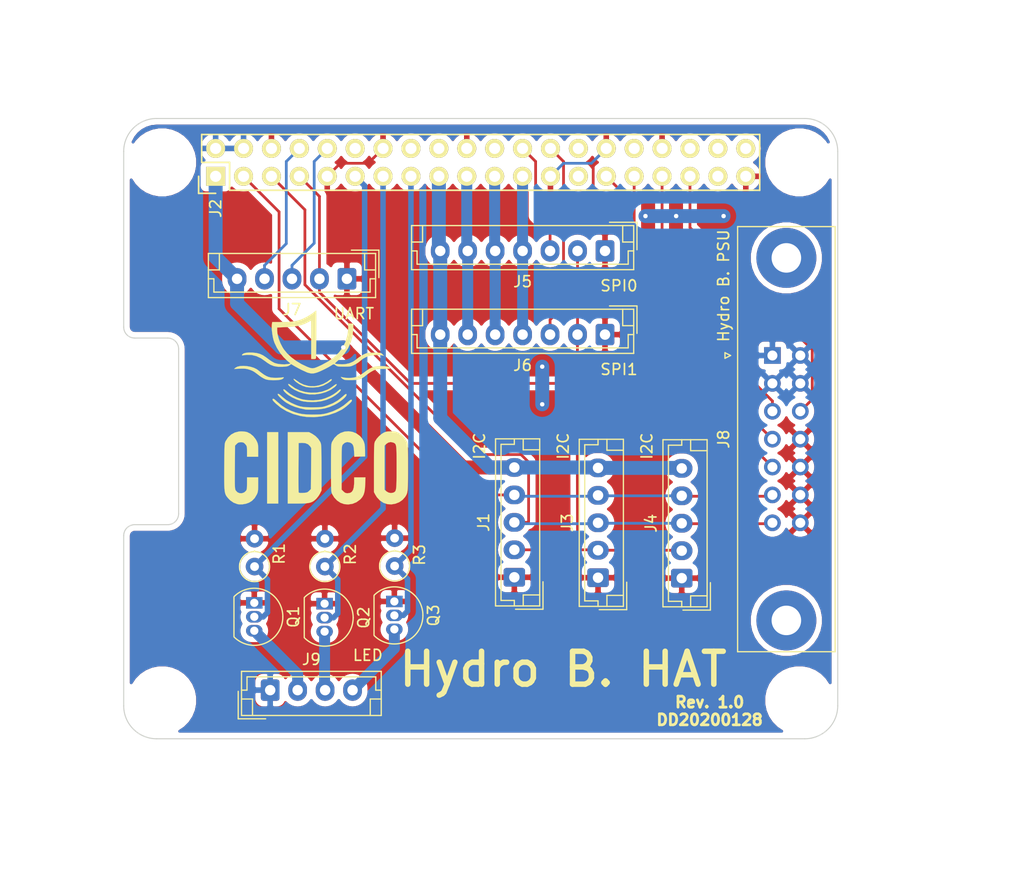
<source format=kicad_pcb>
(kicad_pcb (version 20171130) (host pcbnew 5.0.2+dfsg1-1~bpo9+1)
  (title_block (title "Hydro B. HAT") (date 2020-01-28) (rev 1.0) (comment 2 creativecommons.org/licenses/by/4.0) (comment 3 "License: CC BY 4.0") (comment 4 "Author: Dany Doiron"))
  (layers (0 F.Cu signal) (31 B.Cu signal) (34 B.Paste user) (35 F.Paste user) (36 B.SilkS user) (37 F.SilkS user) (38 B.Mask user) (39 F.Mask user) (44 Edge.Cuts user))
  (net 0 "")
  (net 1 3.3V)
  (net 2 5V)
  (net 3 SDA)
  (net 4 SCL)
  (net 5 GND)
  (net 6 PPS)
  (net 7 TX)
  (net 8 RX)
  (net 9 LEDR)
  (net 10 LEDG)
  (net 11 LEDB)
  (net 12 MOSI)
  (net 13 MISO)
  (net 14 SCLK)
  (net 15 C0)
  (net 16 C1)
  (net 17 12V_ON)
  (net 18 24V_ON)
  (net 19 RPI_PWR_OK)
  (net 20 RPI_SHDWN)
  (net 21 "Net-(J9-Pad4)")
  (net 22 "Net-(J9-Pad3)")
  (net 23 "Net-(J9-Pad2)")
  (module Resistor_THT:R_Axial_DIN0207_L6.3mm_D2.5mm_P2.54mm_Vertical (layer F.Cu) (at 119.9134 109.347 90)
    (fp_text reference R3 (at 1.016 2.2606 90) (layer F.SilkS))
    (fp_text value 1k)
    (pad 2 thru_hole oval (at 2.54 0 90) (size 1.6 1.6) (drill 0.8) (layers *.Cu *.Mask) (net 5 GND))
    (pad 1 thru_hole circle (at 0 0 90) (size 1.6 1.6) (drill 0.8) (layers *.Cu *.Mask) (net 11 LEDB))
  )
  (module Resistor_THT:R_Axial_DIN0207_L6.3mm_D2.5mm_P2.54mm_Vertical (layer F.Cu) (at 113.5634 109.3978 90)
    (fp_text reference R2 (at 1.1176 2.3114 90) (layer F.SilkS))
    (fp_text value 1k)
    (pad 2 thru_hole oval (at 2.54 0 90) (size 1.6 1.6) (drill 0.8) (layers *.Cu *.Mask) (net 5 GND))
    (pad 1 thru_hole circle (at 0 0 90) (size 1.6 1.6) (drill 0.8) (layers *.Cu *.Mask) (net 10 LEDG))
  )
  (module Resistor_THT:R_Axial_DIN0207_L6.3mm_D2.5mm_P2.54mm_Vertical (layer F.Cu) (at 107.1626 109.3978 90)
    (fp_text reference R1 (at 1.1684 2.2352 90) (layer F.SilkS))
    (fp_text value 1k)
    (pad 2 thru_hole oval (at 2.54 0 90) (size 1.6 1.6) (drill 0.8) (layers *.Cu *.Mask) (net 5 GND))
    (pad 1 thru_hole circle (at 0 0 90) (size 1.6 1.6) (drill 0.8) (layers *.Cu *.Mask) (net 9 LEDR))
  )
  (module "cidco:logo cidco" (layer F.Cu) (at 112.9792 94.5642)
    (fp_text reference G*** hide)
    (fp_text value LOGO hide)
  )
  (module Package_TO_SOT_THT:TO-92_Inline (layer F.Cu) (at 119.888 112.5728 270)
    (fp_text reference Q3 (at 1.27 -3.56 90) (layer F.SilkS))
    (fp_text value 2N7000)
    (pad 1 thru_hole rect (at 0 0 270) (size 1.05 1.5) (drill 0.75) (layers *.Cu *.Mask) (net 5 GND))
    (pad 3 thru_hole oval (at 2.54 0 270) (size 1.05 1.5) (drill 0.75) (layers *.Cu *.Mask) (net 21 "Net-(J9-Pad4)"))
    (pad 2 thru_hole oval (at 1.27 0 270) (size 1.05 1.5) (drill 0.75) (layers *.Cu *.Mask) (net 11 LEDB))
  )
  (module Package_TO_SOT_THT:TO-92_Inline (layer F.Cu) (at 113.538 112.776 270)
    (fp_text reference Q2 (at 1.27 -3.56 90) (layer F.SilkS))
    (fp_text value 2N7000)
    (pad 1 thru_hole rect (at 0 0 270) (size 1.05 1.5) (drill 0.75) (layers *.Cu *.Mask) (net 5 GND))
    (pad 3 thru_hole oval (at 2.54 0 270) (size 1.05 1.5) (drill 0.75) (layers *.Cu *.Mask) (net 22 "Net-(J9-Pad3)"))
    (pad 2 thru_hole oval (at 1.27 0 270) (size 1.05 1.5) (drill 0.75) (layers *.Cu *.Mask) (net 10 LEDG))
  )
  (module Package_TO_SOT_THT:TO-92_Inline (layer F.Cu) (at 107.1372 112.6998 270)
    (fp_text reference Q1 (at 1.27 -3.56 90) (layer F.SilkS))
    (fp_text value 2N7000)
    (pad 1 thru_hole rect (at 0 0 270) (size 1.05 1.5) (drill 0.75) (layers *.Cu *.Mask) (net 5 GND))
    (pad 3 thru_hole oval (at 2.54 0 270) (size 1.05 1.5) (drill 0.75) (layers *.Cu *.Mask) (net 23 "Net-(J9-Pad2)"))
    (pad 2 thru_hole oval (at 1.27 0 270) (size 1.05 1.5) (drill 0.75) (layers *.Cu *.Mask) (net 9 LEDR))
  )
  (module cidco:MountingHole_2.7mm_M2.5_Pad (layer F.Cu) (at 98.75 121.58)
    (fp_text reference "" (at 0 -3.7) (layer F.SilkS))
    (fp_text value "" hide)
    (pad "" np_thru_hole circle (at 0 0) (size 2.75 2.75) (drill 2.75) (layers *.Cu *.Mask) (clearance 1.725))
  )
  (module cidco:MountingHole_2.7mm_M2.5_Pad (layer F.Cu) (at 156.75 121.58)
    (fp_text reference "" (at 0 -3.7) (layer F.SilkS))
    (fp_text value "" hide)
    (pad "" np_thru_hole circle (at 0 0) (size 2.75 2.75) (drill 2.75) (layers *.Cu *.Mask) (clearance 1.725))
  )
  (module cidco:MountingHole_2.7mm_M2.5_Pad (layer F.Cu) (at 156.75 72.58)
    (fp_text reference "" (at 0 -3.7) (layer F.SilkS))
    (fp_text value "" hide)
    (pad "" np_thru_hole circle (at 0 0) (size 2.75 2.75) (drill 2.75) (layers *.Cu *.Mask) (clearance 1.725))
  )
  (module cidco:MountingHole_2.7mm_M2.5_Pad (layer F.Cu) (at 98.75 72.58)
    (fp_text reference "" (at 0 -3.7) (layer F.SilkS))
    (fp_text value "" hide)
    (pad "" np_thru_hole circle (at 0 0) (size 2.75 2.75) (drill 2.75) (layers *.Cu *.Mask) (clearance 1.725))
  )
  (module cidco:Pin_Header_Straight_2x20 (layer F.Cu) (at 127.75 72.58 90)
    (fp_text reference J2 (at -4.191 -24.13 270) (layer F.SilkS))
    (fp_text value RPi_GPIO)
    (pad 40 thru_hole oval (at 1.27 24.13 90) (size 1.7272 1.7272) (drill 1.016) (layers *.Cu *.Mask F.SilkS))
    (pad 39 thru_hole oval (at -1.27 24.13 90) (size 1.7272 1.7272) (drill 1.016) (layers *.Cu *.Mask F.SilkS) (net 5 GND))
    (pad 38 thru_hole oval (at 1.27 21.59 90) (size 1.7272 1.7272) (drill 1.016) (layers *.Cu *.Mask F.SilkS))
    (pad 37 thru_hole oval (at -1.27 21.59 90) (size 1.7272 1.7272) (drill 1.016) (layers *.Cu *.Mask F.SilkS))
    (pad 36 thru_hole oval (at 1.27 19.05 90) (size 1.7272 1.7272) (drill 1.016) (layers *.Cu *.Mask F.SilkS))
    (pad 35 thru_hole oval (at -1.27 19.05 90) (size 1.7272 1.7272) (drill 1.016) (layers *.Cu *.Mask F.SilkS) (net 17 12V_ON))
    (pad 34 thru_hole oval (at 1.27 16.51 90) (size 1.7272 1.7272) (drill 1.016) (layers *.Cu *.Mask F.SilkS) (net 5 GND))
    (pad 33 thru_hole oval (at -1.27 16.51 90) (size 1.7272 1.7272) (drill 1.016) (layers *.Cu *.Mask F.SilkS) (net 18 24V_ON))
    (pad 32 thru_hole oval (at 1.27 13.97 90) (size 1.7272 1.7272) (drill 1.016) (layers *.Cu *.Mask F.SilkS))
    (pad 31 thru_hole oval (at -1.27 13.97 90) (size 1.7272 1.7272) (drill 1.016) (layers *.Cu *.Mask F.SilkS) (net 19 RPI_PWR_OK))
    (pad 30 thru_hole oval (at 1.27 11.43 90) (size 1.7272 1.7272) (drill 1.016) (layers *.Cu *.Mask F.SilkS) (net 5 GND))
    (pad 29 thru_hole oval (at -1.27 11.43 90) (size 1.7272 1.7272) (drill 1.016) (layers *.Cu *.Mask F.SilkS) (net 20 RPI_SHDWN))
    (pad 28 thru_hole oval (at 1.27 8.89 90) (size 1.7272 1.7272) (drill 1.016) (layers *.Cu *.Mask F.SilkS))
    (pad 27 thru_hole oval (at -1.27 8.89 90) (size 1.7272 1.7272) (drill 1.016) (layers *.Cu *.Mask F.SilkS))
    (pad 26 thru_hole oval (at 1.27 6.35 90) (size 1.7272 1.7272) (drill 1.016) (layers *.Cu *.Mask F.SilkS) (net 16 C1))
    (pad 25 thru_hole oval (at -1.27 6.35 90) (size 1.7272 1.7272) (drill 1.016) (layers *.Cu *.Mask F.SilkS) (net 5 GND))
    (pad 24 thru_hole oval (at 1.27 3.81 90) (size 1.7272 1.7272) (drill 1.016) (layers *.Cu *.Mask F.SilkS) (net 15 C0))
    (pad 23 thru_hole oval (at -1.27 3.81 90) (size 1.7272 1.7272) (drill 1.016) (layers *.Cu *.Mask F.SilkS) (net 14 SCLK))
    (pad 22 thru_hole oval (at 1.27 1.27 90) (size 1.7272 1.7272) (drill 1.016) (layers *.Cu *.Mask F.SilkS))
    (pad 21 thru_hole oval (at -1.27 1.27 90) (size 1.7272 1.7272) (drill 1.016) (layers *.Cu *.Mask F.SilkS) (net 13 MISO))
    (pad 20 thru_hole oval (at 1.27 -1.27 90) (size 1.7272 1.7272) (drill 1.016) (layers *.Cu *.Mask F.SilkS) (net 5 GND))
    (pad 19 thru_hole oval (at -1.27 -1.27 90) (size 1.7272 1.7272) (drill 1.016) (layers *.Cu *.Mask F.SilkS) (net 12 MOSI))
    (pad 18 thru_hole oval (at 1.27 -3.81 90) (size 1.7272 1.7272) (drill 1.016) (layers *.Cu *.Mask F.SilkS))
    (pad 17 thru_hole oval (at -1.27 -3.81 90) (size 1.7272 1.7272) (drill 1.016) (layers *.Cu *.Mask F.SilkS) (net 1 3.3V))
    (pad 16 thru_hole oval (at 1.27 -6.35 90) (size 1.7272 1.7272) (drill 1.016) (layers *.Cu *.Mask F.SilkS))
    (pad 15 thru_hole oval (at -1.27 -6.35 90) (size 1.7272 1.7272) (drill 1.016) (layers *.Cu *.Mask F.SilkS) (net 11 LEDB))
    (pad 14 thru_hole oval (at 1.27 -8.89 90) (size 1.7272 1.7272) (drill 1.016) (layers *.Cu *.Mask F.SilkS) (net 5 GND))
    (pad 13 thru_hole oval (at -1.27 -8.89 90) (size 1.7272 1.7272) (drill 1.016) (layers *.Cu *.Mask F.SilkS) (net 10 LEDG))
    (pad 12 thru_hole oval (at 1.27 -11.43 90) (size 1.7272 1.7272) (drill 1.016) (layers *.Cu *.Mask F.SilkS))
    (pad 11 thru_hole oval (at -1.27 -11.43 90) (size 1.7272 1.7272) (drill 1.016) (layers *.Cu *.Mask F.SilkS) (net 9 LEDR))
    (pad 10 thru_hole oval (at 1.27 -13.97 90) (size 1.7272 1.7272) (drill 1.016) (layers *.Cu *.Mask F.SilkS) (net 8 RX))
    (pad 9 thru_hole oval (at -1.27 -13.97 90) (size 1.7272 1.7272) (drill 1.016) (layers *.Cu *.Mask F.SilkS) (net 5 GND))
    (pad 8 thru_hole oval (at 1.27 -16.51 90) (size 1.7272 1.7272) (drill 1.016) (layers *.Cu *.Mask F.SilkS) (net 7 TX))
    (pad 7 thru_hole oval (at -1.27 -16.51 90) (size 1.7272 1.7272) (drill 1.016) (layers *.Cu *.Mask F.SilkS) (net 6 PPS))
    (pad 6 thru_hole oval (at 1.27 -19.05 90) (size 1.7272 1.7272) (drill 1.016) (layers *.Cu *.Mask F.SilkS) (net 5 GND))
    (pad 5 thru_hole oval (at -1.27 -19.05 90) (size 1.7272 1.7272) (drill 1.016) (layers *.Cu *.Mask F.SilkS) (net 4 SCL))
    (pad 4 thru_hole oval (at 1.27 -21.59 90) (size 1.7272 1.7272) (drill 1.016) (layers *.Cu *.Mask F.SilkS) (net 2 5V))
    (pad 3 thru_hole oval (at -1.27 -21.59 90) (size 1.7272 1.7272) (drill 1.016) (layers *.Cu *.Mask F.SilkS) (net 3 SDA))
    (pad 2 thru_hole oval (at 1.27 -24.13 90) (size 1.7272 1.7272) (drill 1.016) (layers *.Cu *.Mask F.SilkS) (net 2 5V))
    (pad 1 thru_hole rect (at -1.27 -24.13 90) (size 1.7272 1.7272) (drill 1.016) (layers *.Cu *.Mask F.SilkS) (net 1 3.3V))
  )
  (module Connector_JST:JST_EH_B4B-EH-A_1x04_P2.50mm_Vertical (layer F.Cu) (at 108.585 120.65)
    (fp_text reference J9 (at 3.75 -2.8) (layer F.SilkS))
    (fp_text value Conn_01x04)
    (pad 4 thru_hole oval (at 7.5 0) (size 1.7 1.95) (drill 0.95) (layers *.Cu *.Mask) (net 21 "Net-(J9-Pad4)"))
    (pad 3 thru_hole oval (at 5 0) (size 1.7 1.95) (drill 0.95) (layers *.Cu *.Mask) (net 22 "Net-(J9-Pad3)"))
    (pad 2 thru_hole oval (at 2.5 0) (size 1.7 1.95) (drill 0.95) (layers *.Cu *.Mask) (net 23 "Net-(J9-Pad2)"))
    (pad 1 thru_hole roundrect (at 0 0) (size 1.7 1.95) (drill 0.95) (layers *.Cu *.Mask) (roundrect_rratio 0.147059) (net 2 5V))
  )
  (module Connector_IDC:IDC-Header_2x07_P2.54mm_Vertical_Lock (layer F.Cu) (at 154.305 90.17)
    (fp_text reference J8 (at -4.445 7.62 270) (layer F.SilkS))
    (fp_text value Conn_02x07_Odd_Even)
    (pad 14 thru_hole circle (at 2.54 15.24 270) (size 1.52 1.52) (drill 0.91) (layers *.Cu *.Mask) (net 5 GND))
    (pad 13 thru_hole circle (at 0 15.24 270) (size 1.52 1.52) (drill 0.91) (layers *.Cu *.Mask) (net 4 SCL))
    (pad 12 thru_hole circle (at 2.54 12.7 270) (size 1.52 1.52) (drill 0.91) (layers *.Cu *.Mask) (net 5 GND))
    (pad 11 thru_hole circle (at 0 12.7 270) (size 1.52 1.52) (drill 0.91) (layers *.Cu *.Mask) (net 3 SDA))
    (pad 10 thru_hole circle (at 2.54 10.16 270) (size 1.52 1.52) (drill 0.91) (layers *.Cu *.Mask) (net 5 GND))
    (pad 9 thru_hole circle (at 0 10.16 270) (size 1.52 1.52) (drill 0.91) (layers *.Cu *.Mask) (net 20 RPI_SHDWN))
    (pad 8 thru_hole circle (at 2.54 7.62 270) (size 1.52 1.52) (drill 0.91) (layers *.Cu *.Mask) (net 5 GND))
    (pad 7 thru_hole circle (at 0 7.62 270) (size 1.52 1.52) (drill 0.91) (layers *.Cu *.Mask) (net 19 RPI_PWR_OK))
    (pad 6 thru_hole circle (at 2.54 5.08 270) (size 1.52 1.52) (drill 0.91) (layers *.Cu *.Mask) (net 17 12V_ON))
    (pad 5 thru_hole circle (at 0 5.08 270) (size 1.52 1.52) (drill 0.91) (layers *.Cu *.Mask) (net 18 24V_ON))
    (pad 4 thru_hole circle (at 2.54 2.54 270) (size 1.52 1.52) (drill 0.91) (layers *.Cu *.Mask) (net 2 5V))
    (pad 3 thru_hole circle (at 0 2.54 270) (size 1.52 1.52) (drill 0.91) (layers *.Cu *.Mask) (net 2 5V))
    (pad 2 thru_hole circle (at 2.54 0 270) (size 1.52 1.52) (drill 0.91) (layers *.Cu *.Mask) (net 2 5V))
    (pad 1 thru_hole rect (at 0 0 270) (size 1.52 1.52) (drill 0.91) (layers *.Cu *.Mask) (net 2 5V))
    (pad "" thru_hole circle (at 1.27 24.13 270) (size 5.46 5.46) (drill 2.69) (layers *.Cu *.Mask))
    (pad "" thru_hole circle (at 1.27 -8.89 270) (size 5.46 5.46) (drill 2.69) (layers *.Cu *.Mask))
  )
  (module Connector_JST:JST_EH_B5B-EH-A_1x05_P2.50mm_Vertical (layer F.Cu) (at 115.57 83.185 180)
    (fp_text reference J7 (at 5 -2.8) (layer F.SilkS))
    (fp_text value Conn_01x05)
    (pad 5 thru_hole oval (at 10 0 180) (size 1.7 1.95) (drill 0.95) (layers *.Cu *.Mask) (net 1 3.3V))
    (pad 4 thru_hole oval (at 7.5 0 180) (size 1.7 1.95) (drill 0.95) (layers *.Cu *.Mask) (net 7 TX))
    (pad 3 thru_hole oval (at 5 0 180) (size 1.7 1.95) (drill 0.95) (layers *.Cu *.Mask) (net 8 RX))
    (pad 2 thru_hole oval (at 2.5 0 180) (size 1.7 1.95) (drill 0.95) (layers *.Cu *.Mask) (net 6 PPS))
    (pad 1 thru_hole roundrect (at 0 0 180) (size 1.7 1.95) (drill 0.95) (layers *.Cu *.Mask) (roundrect_rratio 0.147059) (net 5 GND))
  )
  (module Connector_JST:JST_EH_B7B-EH-A_1x07_P2.50mm_Vertical (layer F.Cu) (at 139.065 88.265 180)
    (fp_text reference J6 (at 7.5 -2.8) (layer F.SilkS))
    (fp_text value Conn_01x07)
    (pad 7 thru_hole oval (at 15 0 180) (size 1.7 1.95) (drill 0.95) (layers *.Cu *.Mask) (net 1 3.3V))
    (pad 6 thru_hole oval (at 12.5 0 180) (size 1.7 1.95) (drill 0.95) (layers *.Cu *.Mask) (net 12 MOSI))
    (pad 5 thru_hole oval (at 10 0 180) (size 1.7 1.95) (drill 0.95) (layers *.Cu *.Mask) (net 13 MISO))
    (pad 4 thru_hole oval (at 7.5 0 180) (size 1.7 1.95) (drill 0.95) (layers *.Cu *.Mask) (net 14 SCLK))
    (pad 3 thru_hole oval (at 5 0 180) (size 1.7 1.95) (drill 0.95) (layers *.Cu *.Mask) (net 16 C1))
    (pad 2 thru_hole oval (at 2.5 0 180) (size 1.7 1.95) (drill 0.95) (layers *.Cu *.Mask) (net 6 PPS))
    (pad 1 thru_hole roundrect (at 0 0 180) (size 1.7 1.95) (drill 0.95) (layers *.Cu *.Mask) (roundrect_rratio 0.147059) (net 5 GND))
  )
  (module Connector_JST:JST_EH_B7B-EH-A_1x07_P2.50mm_Vertical (layer F.Cu) (at 139.065 80.645 180)
    (fp_text reference J5 (at 7.5 -2.8) (layer F.SilkS))
    (fp_text value Conn_01x07)
    (pad 7 thru_hole oval (at 15 0 180) (size 1.7 1.95) (drill 0.95) (layers *.Cu *.Mask) (net 1 3.3V))
    (pad 6 thru_hole oval (at 12.5 0 180) (size 1.7 1.95) (drill 0.95) (layers *.Cu *.Mask) (net 12 MOSI))
    (pad 5 thru_hole oval (at 10 0 180) (size 1.7 1.95) (drill 0.95) (layers *.Cu *.Mask) (net 13 MISO))
    (pad 4 thru_hole oval (at 7.5 0 180) (size 1.7 1.95) (drill 0.95) (layers *.Cu *.Mask) (net 14 SCLK))
    (pad 3 thru_hole oval (at 5 0 180) (size 1.7 1.95) (drill 0.95) (layers *.Cu *.Mask) (net 15 C0))
    (pad 2 thru_hole oval (at 2.5 0 180) (size 1.7 1.95) (drill 0.95) (layers *.Cu *.Mask) (net 6 PPS))
    (pad 1 thru_hole roundrect (at 0 0 180) (size 1.7 1.95) (drill 0.95) (layers *.Cu *.Mask) (roundrect_rratio 0.147059) (net 5 GND))
  )
  (module Connector_JST:JST_EH_B5B-EH-A_1x05_P2.50mm_Vertical (layer F.Cu) (at 146.05 110.45 90)
    (fp_text reference J4 (at 5 -2.8 90) (layer F.SilkS))
    (fp_text value Conn_01x05)
    (pad 5 thru_hole oval (at 10 0 90) (size 1.7 1.95) (drill 0.95) (layers *.Cu *.Mask) (net 1 3.3V))
    (pad 4 thru_hole oval (at 7.5 0 90) (size 1.7 1.95) (drill 0.95) (layers *.Cu *.Mask) (net 3 SDA))
    (pad 3 thru_hole oval (at 5 0 90) (size 1.7 1.95) (drill 0.95) (layers *.Cu *.Mask) (net 4 SCL))
    (pad 2 thru_hole oval (at 2.5 0 90) (size 1.7 1.95) (drill 0.95) (layers *.Cu *.Mask) (net 6 PPS))
    (pad 1 thru_hole roundrect (at 0 0 90) (size 1.7 1.95) (drill 0.95) (layers *.Cu *.Mask) (roundrect_rratio 0.147059) (net 5 GND))
  )
  (module Connector_JST:JST_EH_B5B-EH-A_1x05_P2.50mm_Vertical (layer F.Cu) (at 138.43 110.41 90)
    (fp_text reference J3 (at 5 -2.8 90) (layer F.SilkS))
    (fp_text value Conn_01x05)
    (pad 5 thru_hole oval (at 10 0 90) (size 1.7 1.95) (drill 0.95) (layers *.Cu *.Mask) (net 1 3.3V))
    (pad 4 thru_hole oval (at 7.5 0 90) (size 1.7 1.95) (drill 0.95) (layers *.Cu *.Mask) (net 3 SDA))
    (pad 3 thru_hole oval (at 5 0 90) (size 1.7 1.95) (drill 0.95) (layers *.Cu *.Mask) (net 4 SCL))
    (pad 2 thru_hole oval (at 2.5 0 90) (size 1.7 1.95) (drill 0.95) (layers *.Cu *.Mask) (net 6 PPS))
    (pad 1 thru_hole roundrect (at 0 0 90) (size 1.7 1.95) (drill 0.95) (layers *.Cu *.Mask) (roundrect_rratio 0.147059) (net 5 GND))
  )
  (module Connector_JST:JST_EH_B5B-EH-A_1x05_P2.50mm_Vertical (layer F.Cu) (at 130.81 110.37 90)
    (fp_text reference J1 (at 5 -2.8 90) (layer F.SilkS))
    (fp_text value Conn_01x05)
    (pad 5 thru_hole oval (at 10 0 90) (size 1.7 1.95) (drill 0.95) (layers *.Cu *.Mask) (net 1 3.3V))
    (pad 4 thru_hole oval (at 7.5 0 90) (size 1.7 1.95) (drill 0.95) (layers *.Cu *.Mask) (net 3 SDA))
    (pad 3 thru_hole oval (at 5 0 90) (size 1.7 1.95) (drill 0.95) (layers *.Cu *.Mask) (net 4 SCL))
    (pad 2 thru_hole oval (at 2.5 0 90) (size 1.7 1.95) (drill 0.95) (layers *.Cu *.Mask) (net 6 PPS))
    (pad 1 thru_hole roundrect (at 0 0 90) (size 1.7 1.95) (drill 0.95) (layers *.Cu *.Mask) (roundrect_rratio 0.147059) (net 5 GND))
  )
  (gr_text "Hydro B. HAT" (at 135.255 118.745) (layer F.SilkS) (effects (font (size 3 3) (thickness 0.5))))
  (gr_text "Hydro B. PSU" (at 149.86 83.82 90) (layer F.SilkS) (effects (font (size 1 1))))
  (gr_text I2C (at 142.875 98.425 90) (layer F.SilkS) (effects (font (size 1 1))))
  (gr_text I2C (at 135.255 98.425 90) (layer F.SilkS) (effects (font (size 1 1))))
  (gr_text I2C (at 127.635 98.425 90) (layer F.SilkS) (effects (font (size 1 1))))
  (gr_text LED (at 117.475 117.475) (layer F.SilkS) (effects (font (size 1 1))))
  (gr_text SPI1 (at 140.335 91.44) (layer F.SilkS) (effects (font (size 1 1))))
  (gr_text SPI0 (at 140.335 83.82) (layer F.SilkS) (effects (font (size 1 1))))
  (gr_text UART (at 116.205 86.36) (layer F.SilkS) (effects (font (size 1 1))))
  (gr_text "Rev. 1.0\nDD20200128" (at 148.59 122.555) (layer F.SilkS) (effects (font (size 1 1) (thickness 0.25))))
  (gr_line (start 98.25 68.58) (end 157.25 68.58) (angle 90) (layer Edge.Cuts) (width 0.1))
  (gr_arc (start 96.25 106.58) (end 95.25 106.58) (angle 90) (layer Edge.Cuts) (width 0.1))
  (gr_arc (start 99.25 104.58) (end 100.25 104.58) (angle 90) (layer Edge.Cuts) (width 0.1))
  (gr_arc (start 99.25 89.58) (end 99.25 88.58) (angle 90) (layer Edge.Cuts) (width 0.1))
  (gr_arc (start 96.25 87.58) (end 96.25 88.58) (angle 90) (layer Edge.Cuts) (width 0.1))
  (gr_arc (start 157.25 122.08) (end 160.25 122.08) (angle 90) (layer Edge.Cuts) (width 0.1))
  (gr_arc (start 98.25 122.08) (end 98.25 125.08) (angle 90) (layer Edge.Cuts) (width 0.1))
  (gr_arc (start 98.25 71.58) (end 95.25 71.58) (angle 90) (layer Edge.Cuts) (width 0.1))
  (gr_arc (start 157.25 71.58) (end 157.25 68.58) (angle 90) (layer Edge.Cuts) (width 0.1))
  (gr_line (start 95.25 106.58) (end 95.25 122.08) (layer Edge.Cuts) (width 0.1))
  (gr_line (start 95.25 71.58) (end 95.25 87.58) (layer Edge.Cuts) (width 0.1))
  (gr_line (start 96.25 105.58) (end 99.25 105.58) (layer Edge.Cuts) (width 0.1))
  (gr_line (start 96.25 88.58) (end 99.25 88.58) (layer Edge.Cuts) (width 0.1))
  (gr_line (start 100.25 89.58) (end 100.25 104.58) (layer Edge.Cuts) (width 0.1))
  (gr_line (start 98.25 125.08) (end 157.25 125.08) (angle 90) (layer Edge.Cuts) (width 0.1))
  (gr_line (start 160.25 71.58) (end 160.25 122.08) (angle 90) (layer Edge.Cuts) (width 0.1))
  (segment (start 103.62 81.235) (end 105.57 83.185) (width 1.27) (layer B.Cu) (net 1))
  (segment (start 103.62 73.85) (end 103.62 81.235) (width 1.27) (layer B.Cu) (net 1))
  (segment (start 123.94 80.52) (end 124.065 80.645) (width 1.27) (layer B.Cu) (net 1))
  (segment (start 123.94 73.85) (end 123.94 80.52) (width 1.27) (layer B.Cu) (net 1))
  (segment (start 124.065 80.645) (end 124.065 88.265) (width 1.27) (layer B.Cu) (net 1))
  (segment (start 128.565 100.37) (end 130.81 100.37) (width 1.27) (layer B.Cu) (net 1))
  (segment (start 124.065 95.87) (end 128.565 100.37) (width 1.27) (layer B.Cu) (net 1))
  (segment (start 124.065 88.265) (end 124.065 95.87) (width 1.27) (layer B.Cu) (net 1))
  (segment (start 138.39 100.37) (end 138.43 100.41) (width 1.27) (layer B.Cu) (net 1))
  (segment (start 130.81 100.37) (end 138.39 100.37) (width 1.27) (layer B.Cu) (net 1))
  (segment (start 146.01 100.41) (end 146.05 100.45) (width 1.27) (layer B.Cu) (net 1))
  (segment (start 138.43 100.41) (end 146.01 100.41) (width 1.27) (layer B.Cu) (net 1))
  (via (at 115.2398 89.4334) (size 0.6) (drill 0.4) (layers F.Cu B.Cu) (net 1))
  (segment (start 109.5734 89.4334) (end 115.2398 89.4334) (width 1.27) (layer B.Cu) (net 1))
  (segment (start 105.57 83.185) (end 105.57 85.43) (width 1.27) (layer B.Cu) (net 1))
  (segment (start 105.57 85.43) (end 109.5734 89.4334) (width 1.27) (layer B.Cu) (net 1))
  (segment (start 115.539799 89.733399) (end 115.539799 89.758799) (width 1.27) (layer F.Cu) (net 1))
  (segment (start 115.2398 89.4334) (end 115.539799 89.733399) (width 1.27) (layer F.Cu) (net 1))
  (via (at 130.81 100.37) (size 0.6) (drill 0.4) (layers F.Cu B.Cu) (net 1))
  (segment (start 115.539799 89.758799) (end 126.151 100.37) (width 1.27) (layer F.Cu) (net 1))
  (segment (start 126.151 100.37) (end 130.81 100.37) (width 1.27) (layer F.Cu) (net 1))
  (segment (start 138.39 102.99) (end 138.43 102.95) (width 0.25) (layer B.Cu) (net 3))
  (segment (start 130.81 102.99) (end 138.39 102.99) (width 0.25) (layer B.Cu) (net 3))
  (segment (start 146.01 102.95) (end 146.05 102.99) (width 0.25) (layer B.Cu) (net 3))
  (segment (start 138.43 102.95) (end 146.01 102.95) (width 0.25) (layer B.Cu) (net 3))
  (segment (start 154.185 102.99) (end 154.305 102.87) (width 0.25) (layer F.Cu) (net 3))
  (segment (start 146.05 102.99) (end 154.185 102.99) (width 0.25) (layer F.Cu) (net 3))
  (segment (start 129.585 102.87) (end 130.81 102.87) (width 0.25) (layer F.Cu) (net 3))
  (segment (start 126.350998 102.87) (end 129.585 102.87) (width 0.25) (layer F.Cu) (net 3))
  (segment (start 109.39499 85.913992) (end 126.350998 102.87) (width 0.25) (layer F.Cu) (net 3))
  (segment (start 109.39499 77.08499) (end 109.39499 85.913992) (width 0.25) (layer F.Cu) (net 3))
  (segment (start 106.16 73.85) (end 109.39499 77.08499) (width 0.25) (layer F.Cu) (net 3))
  (segment (start 138.39 105.49) (end 138.43 105.45) (width 0.25) (layer B.Cu) (net 4))
  (segment (start 130.81 105.49) (end 138.39 105.49) (width 0.25) (layer B.Cu) (net 4))
  (segment (start 146.01 105.45) (end 146.05 105.49) (width 0.25) (layer B.Cu) (net 4))
  (segment (start 138.43 105.45) (end 146.01 105.45) (width 0.25) (layer B.Cu) (net 4))
  (segment (start 154.225 105.49) (end 154.305 105.41) (width 0.25) (layer F.Cu) (net 4))
  (segment (start 146.05 105.49) (end 154.225 105.49) (width 0.25) (layer F.Cu) (net 4))
  (segment (start 132.035 105.37) (end 130.81 105.37) (width 0.25) (layer F.Cu) (net 4))
  (segment (start 132.11001 105.29499) (end 132.035 105.37) (width 0.25) (layer F.Cu) (net 4))
  (segment (start 132.11001 99.883295) (end 132.11001 105.29499) (width 0.25) (layer F.Cu) (net 4))
  (segment (start 131.421705 99.19499) (end 132.11001 99.883295) (width 0.25) (layer F.Cu) (net 4))
  (segment (start 127.21858 99.19499) (end 131.421705 99.19499) (width 0.25) (layer F.Cu) (net 4))
  (segment (start 111.74501 76.89501) (end 111.74501 83.72142) (width 0.25) (layer F.Cu) (net 4))
  (segment (start 111.74501 83.72142) (end 127.21858 99.19499) (width 0.25) (layer F.Cu) (net 4))
  (segment (start 108.7 73.85) (end 111.74501 76.89501) (width 0.25) (layer F.Cu) (net 4))
  (segment (start 117.996401 72.173599) (end 118.86 71.31) (width 0.25) (layer F.Cu) (net 5))
  (segment (start 117.508601 72.661399) (end 117.996401 72.173599) (width 0.25) (layer F.Cu) (net 5))
  (segment (start 114.968601 72.661399) (end 117.508601 72.661399) (width 0.25) (layer F.Cu) (net 5))
  (segment (start 113.78 73.85) (end 114.968601 72.661399) (width 0.25) (layer F.Cu) (net 5))
  (segment (start 137.828601 72.661399) (end 138.316401 72.173599) (width 0.25) (layer B.Cu) (net 5))
  (segment (start 138.316401 72.173599) (end 139.18 71.31) (width 0.25) (layer B.Cu) (net 5))
  (segment (start 135.288601 72.661399) (end 137.828601 72.661399) (width 0.25) (layer B.Cu) (net 5))
  (segment (start 134.1 73.85) (end 135.288601 72.661399) (width 0.25) (layer B.Cu) (net 5))
  (segment (start 137.991399 72.498601) (end 137.991399 75.761399) (width 0.25) (layer F.Cu) (net 5))
  (segment (start 139.18 71.31) (end 137.991399 72.498601) (width 0.25) (layer F.Cu) (net 5))
  (segment (start 139.065 76.835) (end 139.065 80.645) (width 0.25) (layer F.Cu) (net 5))
  (segment (start 137.991399 75.761399) (end 139.065 76.835) (width 0.25) (layer F.Cu) (net 5))
  (via (at 133.35 91.186) (size 0.6) (drill 0.4) (layers F.Cu B.Cu) (net 5))
  (via (at 133.35 94.615) (size 0.6) (drill 0.4) (layers F.Cu B.Cu) (net 5))
  (via (at 149.86 77.47) (size 0.6) (drill 0.4) (layers F.Cu B.Cu) (net 5))
  (via (at 145.542 77.47) (size 0.6) (drill 0.4) (layers F.Cu B.Cu) (net 5))
  (via (at 142.748 77.47) (size 0.6) (drill 0.4) (layers F.Cu B.Cu) (net 5))
  (segment (start 149.86 77.47) (end 145.542 77.47) (width 1.27) (layer B.Cu) (net 5))
  (segment (start 145.542 77.47) (end 142.748 77.47) (width 1.27) (layer B.Cu) (net 5))
  (segment (start 133.35 91.186) (end 133.35 94.615) (width 1.27) (layer B.Cu) (net 5))
  (segment (start 138.39 107.87) (end 138.43 107.91) (width 0.25) (layer F.Cu) (net 6))
  (segment (start 130.81 107.87) (end 138.39 107.87) (width 0.25) (layer F.Cu) (net 6))
  (segment (start 146.01 107.91) (end 146.05 107.95) (width 0.25) (layer F.Cu) (net 6))
  (segment (start 138.43 107.91) (end 146.01 107.91) (width 0.25) (layer F.Cu) (net 6))
  (segment (start 136.565 80.645) (end 136.565 88.265) (width 0.25) (layer F.Cu) (net 6))
  (segment (start 136.565 88.265) (end 136.525 92.71) (width 0.25) (layer F.Cu) (net 6))
  (segment (start 136.525 92.71) (end 136.565 107.91) (width 0.25) (layer F.Cu) (net 6))
  (segment (start 113.07 75.68) (end 111.24 73.85) (width 0.25) (layer F.Cu) (net 6))
  (segment (start 113.07 83.185) (end 113.07 75.68) (width 0.25) (layer F.Cu) (net 6))
  (segment (start 121.37 92.71) (end 136.525 92.71) (width 0.25) (layer F.Cu) (net 6))
  (segment (start 113.07 84.41) (end 121.37 92.71) (width 0.25) (layer F.Cu) (net 6))
  (segment (start 113.07 83.185) (end 113.07 84.41) (width 0.25) (layer F.Cu) (net 6))
  (segment (start 108.07 81.96) (end 108.07 83.185) (width 0.25) (layer B.Cu) (net 7))
  (segment (start 110.051399 79.978601) (end 108.07 81.96) (width 0.25) (layer B.Cu) (net 7))
  (segment (start 110.051399 72.498601) (end 110.051399 79.978601) (width 0.25) (layer B.Cu) (net 7))
  (segment (start 111.24 71.31) (end 110.051399 72.498601) (width 0.25) (layer B.Cu) (net 7))
  (segment (start 112.591399 79.938601) (end 110.57 81.96) (width 0.25) (layer B.Cu) (net 8))
  (segment (start 110.57 81.96) (end 110.57 83.185) (width 0.25) (layer B.Cu) (net 8))
  (segment (start 112.591399 72.498601) (end 112.591399 79.938601) (width 0.25) (layer B.Cu) (net 8))
  (segment (start 113.78 71.31) (end 112.591399 72.498601) (width 0.25) (layer B.Cu) (net 8))
  (segment (start 107.962599 110.197799) (end 107.1626 109.3978) (width 0.5) (layer B.Cu) (net 9))
  (segment (start 108.337201 110.572401) (end 107.962599 110.197799) (width 0.5) (layer B.Cu) (net 9))
  (segment (start 108.337201 113.584801) (end 108.337201 110.572401) (width 0.5) (layer B.Cu) (net 9))
  (segment (start 107.952202 113.9698) (end 108.337201 113.584801) (width 0.5) (layer B.Cu) (net 9))
  (segment (start 107.1372 113.9698) (end 107.952202 113.9698) (width 0.5) (layer B.Cu) (net 9))
  (segment (start 107.962599 108.597801) (end 107.1626 109.3978) (width 0.5) (layer B.Cu) (net 9))
  (segment (start 117.183599 99.376801) (end 107.962599 108.597801) (width 0.5) (layer B.Cu) (net 9))
  (segment (start 117.183599 74.713599) (end 117.183599 99.376801) (width 0.5) (layer B.Cu) (net 9))
  (segment (start 116.32 73.85) (end 117.183599 74.713599) (width 0.5) (layer B.Cu) (net 9))
  (segment (start 114.363399 110.197799) (end 113.5634 109.3978) (width 0.5) (layer B.Cu) (net 10))
  (segment (start 114.738001 113.661001) (end 114.738001 110.572401) (width 0.5) (layer B.Cu) (net 10))
  (segment (start 114.353002 114.046) (end 114.738001 113.661001) (width 0.5) (layer B.Cu) (net 10))
  (segment (start 114.738001 110.572401) (end 114.363399 110.197799) (width 0.5) (layer B.Cu) (net 10))
  (segment (start 113.538 114.046) (end 114.353002 114.046) (width 0.5) (layer B.Cu) (net 10))
  (segment (start 118.86 104.1012) (end 113.5634 109.3978) (width 0.5) (layer B.Cu) (net 10))
  (segment (start 118.86 73.85) (end 118.86 104.1012) (width 0.5) (layer B.Cu) (net 10))
  (segment (start 120.713399 110.146999) (end 119.9134 109.347) (width 0.5) (layer B.Cu) (net 11))
  (segment (start 121.088001 113.457801) (end 121.088001 110.521601) (width 0.5) (layer B.Cu) (net 11))
  (segment (start 121.088001 110.521601) (end 120.713399 110.146999) (width 0.5) (layer B.Cu) (net 11))
  (segment (start 120.703002 113.8428) (end 121.088001 113.457801) (width 0.5) (layer B.Cu) (net 11))
  (segment (start 119.888 113.8428) (end 120.703002 113.8428) (width 0.5) (layer B.Cu) (net 11))
  (segment (start 121.4 107.8604) (end 119.9134 109.347) (width 0.5) (layer B.Cu) (net 11))
  (segment (start 121.4 73.85) (end 121.4 107.8604) (width 0.5) (layer B.Cu) (net 11))
  (segment (start 126.48 80.56) (end 126.565 80.645) (width 1) (layer B.Cu) (net 12))
  (segment (start 126.48 73.85) (end 126.48 80.56) (width 1) (layer B.Cu) (net 12))
  (segment (start 126.565 88.265) (end 126.565 80.645) (width 1) (layer B.Cu) (net 12))
  (segment (start 129.02 80.6) (end 129.065 80.645) (width 1) (layer B.Cu) (net 13))
  (segment (start 129.02 73.85) (end 129.02 80.6) (width 1) (layer B.Cu) (net 13))
  (segment (start 129.065 88.265) (end 129.065 80.645) (width 1) (layer B.Cu) (net 13))
  (segment (start 131.56 80.64) (end 131.565 80.645) (width 1) (layer B.Cu) (net 14))
  (segment (start 131.56 73.85) (end 131.56 80.64) (width 1) (layer B.Cu) (net 14))
  (segment (start 131.565 80.645) (end 131.565 88.265) (width 1) (layer B.Cu) (net 14))
  (segment (start 132.748601 72.498601) (end 132.748601 77.436399) (width 0.25) (layer F.Cu) (net 15))
  (segment (start 131.56 71.31) (end 132.748601 72.498601) (width 0.25) (layer F.Cu) (net 15))
  (segment (start 134.065 78.752798) (end 134.065 80.645) (width 0.25) (layer F.Cu) (net 15))
  (segment (start 132.748601 77.436399) (end 134.065 78.752798) (width 0.25) (layer F.Cu) (net 15))
  (segment (start 135.288601 72.498601) (end 135.288601 85.691399) (width 0.25) (layer F.Cu) (net 16))
  (segment (start 134.1 71.31) (end 135.288601 72.498601) (width 0.25) (layer F.Cu) (net 16))
  (segment (start 134.065 86.915) (end 134.065 88.265) (width 0.25) (layer F.Cu) (net 16))
  (segment (start 135.288601 85.691399) (end 134.065 86.915) (width 0.25) (layer F.Cu) (net 16))
  (segment (start 157.604999 94.490001) (end 156.845 95.25) (width 0.25) (layer F.Cu) (net 17))
  (segment (start 157.930001 94.164999) (end 157.604999 94.490001) (width 0.25) (layer F.Cu) (net 17))
  (segment (start 157.930001 89.649199) (end 157.930001 94.164999) (width 0.25) (layer F.Cu) (net 17))
  (segment (start 146.8 78.519198) (end 157.930001 89.649199) (width 0.25) (layer F.Cu) (net 17))
  (segment (start 146.8 73.85) (end 146.8 78.519198) (width 0.25) (layer F.Cu) (net 17))
  (segment (start 144.26 75.071314) (end 144.26 73.85) (width 0.25) (layer F.Cu) (net 18))
  (segment (start 154.305 94.315802) (end 144.26 84.270802) (width 0.25) (layer F.Cu) (net 18))
  (segment (start 144.26 84.270802) (end 144.26 75.071314) (width 0.25) (layer F.Cu) (net 18))
  (segment (start 154.305 95.25) (end 154.305 94.315802) (width 0.25) (layer F.Cu) (net 18))
  (segment (start 141.72 85.205) (end 154.305 97.79) (width 0.25) (layer F.Cu) (net 19))
  (segment (start 141.72 73.85) (end 141.72 85.205) (width 0.25) (layer F.Cu) (net 19))
  (segment (start 153.545001 99.570001) (end 154.305 100.33) (width 0.25) (layer F.Cu) (net 20))
  (segment (start 141.26999 75.93999) (end 141.26999 87.29499) (width 0.25) (layer F.Cu) (net 20))
  (segment (start 141.26999 87.29499) (end 153.545001 99.570001) (width 0.25) (layer F.Cu) (net 20))
  (segment (start 139.18 73.85) (end 141.26999 75.93999) (width 0.25) (layer F.Cu) (net 20))
  (segment (start 119.888 116.847) (end 116.085 120.65) (width 1) (layer B.Cu) (net 21))
  (segment (start 119.888 115.1128) (end 119.888 116.847) (width 1) (layer B.Cu) (net 21))
  (segment (start 113.538 120.603) (end 113.585 120.65) (width 1) (layer B.Cu) (net 22))
  (segment (start 113.538 115.316) (end 113.538 120.603) (width 1) (layer B.Cu) (net 22))
  (segment (start 111.085 119.1876) (end 111.085 120.65) (width 1) (layer B.Cu) (net 23))
  (segment (start 107.1372 115.2398) (end 111.085 119.1876) (width 1) (layer B.Cu) (net 23))
  (zone (net 5) (net_name GND) (layer F.Cu) (connect_pads (clearance 0.508)) (min_thickness 0.254) (fill yes (arc_segments 32) (thermal_gap 0.508) (thermal_bridge_width 0.508))
    (polygon (pts (xy 160.02 125.095) (xy 95.25 125.095) (xy 95.25 68.58) (xy 160.02 68.58)))
  )
  (zone (net 2) (net_name 5V) (layer B.Cu) (connect_pads (clearance 0.508)) (min_thickness 0.254) (fill yes (arc_segments 32) (thermal_gap 0.508) (thermal_bridge_width 0.508))
    (polygon (pts (xy 160.02 125.095) (xy 95.25 125.095) (xy 95.25 68.58) (xy 160.02 68.58)))
  )
)
</source>
